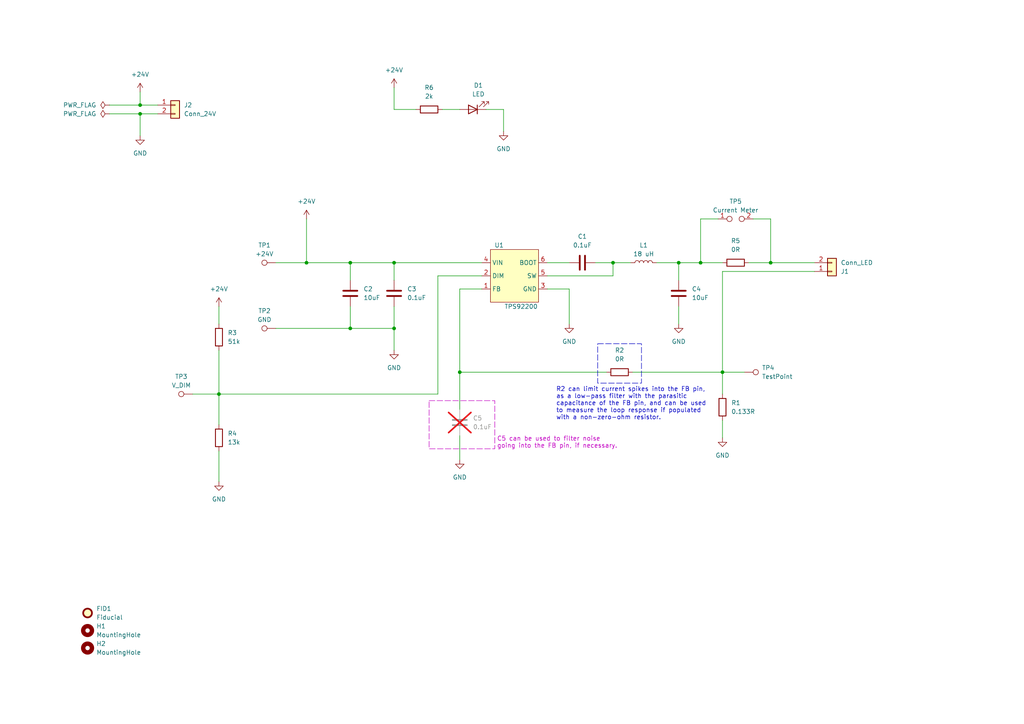
<source format=kicad_sch>
(kicad_sch (version 20230121) (generator eeschema)
  (paper "A4")
  (lib_symbols
    (symbol "Connector:TestPoint" (pin_numbers hide) (pin_names (offset 0.762) hide)
      (property "Reference" "TP" (at 0 6.858 0))
      (property "Value" "TestPoint" (at 0 5.08 0))
      (symbol "TestPoint_0_1"
        (circle (center 0 3.302) (radius 0.762))
      )
      (symbol "TestPoint_1_1"
        (pin passive line (at 0 0 90) (length 2.54) (name "1") (number "1"))
      )
    )
    (symbol "Connector:TestPoint_2Pole" (pin_names (offset 0.762) hide)
      (property "Reference" "TP" (at 0 1.524 0))
      (property "Value" "TestPoint_2Pole" (at 0 -1.778 0))
      (symbol "TestPoint_2Pole_0_1"
        (circle (center -1.778 0) (radius 0.762))
        (circle (center 1.778 0) (radius 0.762))
        (pin passive line (at -5.08 0 0) (length 2.54) (name "1") (number "1"))
        (pin passive line (at 5.08 0 180) (length 2.54) (name "2") (number "2"))
      )
    )
    (symbol "Connector_Generic:Conn_01x02" (pin_names (offset 1.016) hide)
      (property "Reference" "J" (at 0 2.54 0))
      (property "Value" "Conn_01x02" (at 0 -5.08 0))
      (symbol "Conn_01x02_1_1"
        (rectangle (start -1.27 -2.413) (end 0 -2.667) (stroke (width 0.1524)))
        (rectangle (start -1.27 0.127) (end 0 -0.127) (stroke (width 0.1524)))
        (rectangle (start -1.27 1.27) (end 1.27 -3.81) (stroke (width 0.254)) (fill (type background)))
        (pin passive line (at -5.08 0 0) (length 3.81) (name "Pin_1") (number "1"))
        (pin passive line (at -5.08 -2.54 0) (length 3.81) (name "Pin_2") (number "2"))
      )
    )
    (symbol "Device:C" (pin_numbers hide) (pin_names (offset 0.254))
      (property "Reference" "C" (at 0.635 2.54 0))
      (property "Value" "C" (at 0.635 -2.54 0))
      (symbol "C_0_1"
        (polyline (pts (xy -2.032 -0.762) (xy 2.032 -0.762)) (stroke (width 0.508)))
        (polyline (pts (xy -2.032 0.762) (xy 2.032 0.762)) (stroke (width 0.508)))
      )
      (symbol "C_1_1"
        (pin passive line (at 0 3.81 270) (length 2.794) (name "~") (number "1"))
        (pin passive line (at 0 -3.81 90) (length 2.794) (name "~") (number "2"))
      )
    )
    (symbol "Device:L" (pin_numbers hide) (pin_names (offset 1.016) hide)
      (property "Reference" "L" (at -1.27 0 90))
      (property "Value" "L" (at 1.905 0 90))
      (symbol "L_0_1"
        (arc (start 0 -2.54) (mid 0.6323 -1.905) (end 0 -1.27))
        (arc (start 0 -1.27) (mid 0.6323 -0.635) (end 0 0))
        (arc (start 0 0) (mid 0.6323 0.635) (end 0 1.27))
        (arc (start 0 1.27) (mid 0.6323 1.905) (end 0 2.54))
      )
      (symbol "L_1_1"
        (pin passive line (at 0 3.81 270) (length 1.27) (name "1") (number "1"))
        (pin passive line (at 0 -3.81 90) (length 1.27) (name "2") (number "2"))
      )
    )
    (symbol "Device:LED" (pin_numbers hide) (pin_names (offset 1.016) hide)
      (property "Reference" "D" (at 0 2.54 0))
      (property "Value" "LED" (at 0 -2.54 0))
      (symbol "LED_0_1"
        (polyline (pts (xy -1.27 -1.27) (xy -1.27 1.27)) (stroke (width 0.254)))
        (polyline (pts (xy -1.27 0) (xy 1.27 0)))
        (polyline (pts (xy 1.27 -1.27) (xy 1.27 1.27) (xy -1.27 0) (xy 1.27 -1.27)) (stroke (width 0.254)))
        (polyline (pts (xy -3.048 -0.762) (xy -4.572 -2.286) (xy -3.81 -2.286) (xy -4.572 -2.286) (xy -4.572 -1.524)))
        (polyline (pts (xy -1.778 -0.762) (xy -3.302 -2.286) (xy -2.54 -2.286) (xy -3.302 -2.286) (xy -3.302 -1.524)))
      )
      (symbol "LED_1_1"
        (pin passive line (at -3.81 0 0) (length 2.54) (name "K") (number "1"))
        (pin passive line (at 3.81 0 180) (length 2.54) (name "A") (number "2"))
      )
    )
    (symbol "Device:R" (pin_numbers hide) (pin_names (offset 0))
      (property "Reference" "R" (at 2.032 0 90))
      (property "Value" "R" (at 0 0 90))
      (symbol "R_0_1"
        (rectangle (start -1.016 -2.54) (end 1.016 2.54) (stroke (width 0.254)))
      )
      (symbol "R_1_1"
        (pin passive line (at 0 3.81 270) (length 1.27) (name "~") (number "1"))
        (pin passive line (at 0 -3.81 90) (length 1.27) (name "~") (number "2"))
      )
    )
    (symbol "Mechanical:Fiducial"
      (property "Reference" "FID" (at 0 5.08 0))
      (property "Value" "Fiducial" (at 0 3.175 0))
      (symbol "Fiducial_0_1"
        (circle (center 0 0) (radius 1.27) (stroke (width 0.508)) (fill (type background)))
      )
    )
    (symbol "Mechanical:MountingHole" (pin_names (offset 1.016))
      (property "Reference" "H" (at 0 5.08 0))
      (property "Value" "MountingHole" (at 0 3.175 0))
      (symbol "MountingHole_0_1"
        (circle (center 0 0) (radius 1.27) (stroke (width 1.27)))
      )
    )
    (symbol "TPS92200:TPS92200xDDCR"
      (property "Reference" "U" (at 1.27 1.27 0))
      (property "Value" "TPS92200" (at 8.89 -16.51 0))
      (symbol "TPS92200xDDCR_1_1"
        (rectangle (start 0 0) (end 13.97 -15.24) (fill (type background)))
        (pin input line (at -2.54 -11.43 0) (length 2.54) (name "FB") (number "1"))
        (pin input line (at -2.54 -7.62 0) (length 2.54) (name "DIM") (number "2"))
        (pin power_in line (at 16.51 -11.43 180) (length 2.54) (name "GND") (number "3"))
        (pin power_in line (at -2.54 -3.81 0) (length 2.54) (name "VIN") (number "4"))
        (pin output line (at 16.51 -7.62 180) (length 2.54) (name "SW") (number "5"))
        (pin output line (at 16.51 -3.81 180) (length 2.54) (name "BOOT") (number "6"))
      )
    )
    (symbol "power:+24V" (power) (pin_names (offset 0))
      (property "Value" "+24V" (at 0 3.556 0))
      (symbol "+24V_0_1"
        (polyline (pts (xy -0.762 1.27) (xy 0 2.54)))
        (polyline (pts (xy 0 0) (xy 0 2.54)))
        (polyline (pts (xy 0 2.54) (xy 0.762 1.27)))
      )
      (symbol "+24V_1_1"
        (pin power_in line (at 0 0 90) (length 0) hide (name "+24V") (number "1"))
      )
    )
    (symbol "power:GND" (power) (pin_names (offset 0))
      (property "Value" "GND" (at 0 -3.81 0))
      (symbol "GND_0_1"
        (polyline (pts (xy 0 0) (xy 0 -1.27) (xy 1.27 -1.27) (xy 0 -2.54) (xy -1.27 -1.27) (xy 0 -1.27)))
      )
      (symbol "GND_1_1"
        (pin power_in line (at 0 0 270) (length 0) hide (name "GND") (number "1"))
      )
    )
    (symbol "power:PWR_FLAG" (power) (pin_numbers hide) (pin_names (offset 0) hide)
      (property "Value" "PWR_FLAG" (at 0 3.81 0))
      (symbol "PWR_FLAG_0_0"
        (pin power_out line (at 0 0 90) (length 0) (name "pwr") (number "1"))
      )
      (symbol "PWR_FLAG_0_1"
        (polyline (pts (xy 0 0) (xy 0 1.27) (xy -1.016 1.905) (xy 0 2.54) (xy 1.016 1.905) (xy 0 1.27)))
      )
    )
  )
  (junction (at 63.5 114.3))
  (junction (at 223.52 76.2))
  (junction (at 203.2 76.2))
  (junction (at 133.35 107.95))
  (junction (at 101.6 95.25))
  (junction (at 101.6 76.2))
  (junction (at 114.3 76.2))
  (junction (at 40.64 30.48))
  (junction (at 88.9 76.2))
  (junction (at 196.85 76.2))
  (junction (at 177.8 76.2))
  (junction (at 114.3 95.25))
  (junction (at 209.55 107.95))
  (junction (at 40.64 33.02))
  (wire (pts (xy 203.2 63.5) (xy 208.28 63.5)))
  (wire (pts (xy 223.52 63.5) (xy 223.52 76.2)))
  (wire (pts (xy 101.6 76.2) (xy 114.3 76.2)))
  (wire (pts (xy 101.6 88.9) (xy 101.6 95.25)))
  (wire (pts (xy 203.2 63.5) (xy 203.2 76.2)))
  (wire (pts (xy 45.72 30.48) (xy 40.64 30.48)))
  (wire (pts (xy 209.55 78.74) (xy 209.55 107.95)))
  (wire (pts (xy 55.88 114.3) (xy 63.5 114.3)))
  (wire (pts (xy 196.85 76.2) (xy 203.2 76.2)))
  (wire (pts (xy 133.35 107.95) (xy 133.35 118.745)))
  (wire (pts (xy 203.2 76.2) (xy 209.55 76.2)))
  (wire (pts (xy 63.5 88.9) (xy 63.5 93.98)))
  (wire (pts (xy 63.5 114.3) (xy 127 114.3)))
  (wire (pts (xy 190.5 76.2) (xy 196.85 76.2)))
  (wire (pts (xy 183.515 107.95) (xy 209.55 107.95)))
  (wire (pts (xy 101.6 95.25) (xy 114.3 95.25)))
  (wire (pts (xy 196.85 88.9) (xy 196.85 93.98)))
  (wire (pts (xy 127 114.3) (xy 127 80.01)))
  (wire (pts (xy 133.35 126.365) (xy 133.35 133.35)))
  (wire (pts (xy 133.35 83.82) (xy 139.7 83.82)))
  (wire (pts (xy 40.64 33.02) (xy 40.64 39.37)))
  (wire (pts (xy 140.97 31.75) (xy 146.05 31.75)))
  (wire (pts (xy 127 80.01) (xy 139.7 80.01)))
  (wire (pts (xy 158.75 83.82) (xy 165.1 83.82)))
  (wire (pts (xy 114.3 95.25) (xy 114.3 101.6)))
  (wire (pts (xy 88.9 76.2) (xy 88.9 63.5)))
  (wire (pts (xy 114.3 88.9) (xy 114.3 95.25)))
  (wire (pts (xy 114.3 25.4) (xy 114.3 31.75)))
  (wire (pts (xy 158.75 76.2) (xy 165.1 76.2)))
  (wire (pts (xy 196.85 76.2) (xy 196.85 81.28)))
  (wire (pts (xy 217.17 76.2) (xy 223.52 76.2)))
  (wire (pts (xy 133.35 83.82) (xy 133.35 107.95)))
  (wire (pts (xy 63.5 114.3) (xy 63.5 123.19)))
  (wire (pts (xy 114.3 76.2) (xy 114.3 81.28)))
  (wire (pts (xy 31.75 30.48) (xy 40.64 30.48)))
  (wire (pts (xy 31.75 33.02) (xy 40.64 33.02)))
  (wire (pts (xy 209.55 78.74) (xy 236.22 78.74)))
  (wire (pts (xy 209.55 107.95) (xy 209.55 114.3)))
  (wire (pts (xy 172.72 76.2) (xy 177.8 76.2)))
  (wire (pts (xy 165.1 83.82) (xy 165.1 93.98)))
  (wire (pts (xy 158.75 80.01) (xy 177.8 80.01)))
  (wire (pts (xy 40.64 30.48) (xy 40.64 26.67)))
  (wire (pts (xy 114.3 76.2) (xy 139.7 76.2)))
  (wire (pts (xy 114.3 31.75) (xy 120.65 31.75)))
  (wire (pts (xy 223.52 76.2) (xy 236.22 76.2)))
  (wire (pts (xy 63.5 101.6) (xy 63.5 114.3)))
  (wire (pts (xy 177.8 76.2) (xy 182.88 76.2)))
  (wire (pts (xy 209.55 107.95) (xy 215.9 107.95)))
  (wire (pts (xy 177.8 80.01) (xy 177.8 76.2)))
  (wire (pts (xy 146.05 31.75) (xy 146.05 38.1)))
  (wire (pts (xy 80.01 95.25) (xy 101.6 95.25)))
  (wire (pts (xy 88.9 76.2) (xy 101.6 76.2)))
  (wire (pts (xy 45.72 33.02) (xy 40.64 33.02)))
  (wire (pts (xy 209.55 121.92) (xy 209.55 127)))
  (wire (pts (xy 133.35 107.95) (xy 175.895 107.95)))
  (wire (pts (xy 128.27 31.75) (xy 133.35 31.75)))
  (wire (pts (xy 63.5 130.81) (xy 63.5 139.7)))
  (wire (pts (xy 101.6 76.2) (xy 101.6 81.28)))
  (wire (pts (xy 80.01 76.2) (xy 88.9 76.2)))
  (wire (pts (xy 218.44 63.5) (xy 223.52 63.5)))
  (rectangle (start 124.46 116.205) (end 143.51 130.175) (stroke (width 0) (type dash) (color 194 0 194 1)))
  (rectangle (start 173.355 99.695) (end 186.055 111.125) (stroke (width 0) (type dash)))
  (text "R2 can limit current spikes into the FB pin,\nas a low-pass filter with the parasitic\ncapacitance of the FB pin, and can be used\nto measure the loop response if populated\nwith a non-zero-ohm resistor." (at 161.29 121.92 0) (effects (font (size 1.27 1.27)) (justify left bottom)))
  (text "C5 can be used to filter noise\ngoing into the FB pin, if necessary." (at 144.145 130.175 0) (effects (font (size 1.27 1.27)) (justify left bottom)))
  (symbol (lib_id "power:GND") (at 133.35 133.35 0) (unit 1)
    (property "Reference" "#PWR010" (effects hide))
    (property "Value" "GND" (at 133.35 138.43 0))
  )
  (symbol (lib_id "power:+24V") (at 88.9 63.5 0) (unit 1)
    (property "Reference" "#PWR01" (effects hide))
    (property "Value" "+24V" (at 88.9 58.42 0))
  )
  (symbol (lib_id "Device:LED") (at 137.16 31.75 180) (unit 1)
    (property "Reference" "D1" (at 138.7475 24.765 0))
    (property "Value" "LED" (at 138.7475 27.305 0))
    (property "Footprint" "LED_SMD:LED_0603_1608Metric" (effects hide))
  )
  (symbol (lib_id "Device:C") (at 133.35 122.555 0) (unit 1) (dnp yes)
    (property "Reference" "C5" (at 137.16 121.285 0) (effects (justify left)))
    (property "Value" "0.1uF" (at 137.16 123.825 0) (effects (justify left)))
    (property "Footprint" "Capacitor_SMD:C_0402_1005Metric_Pad0.74x0.62mm_HandSolder" (effects hide))
  )
  (symbol (lib_id "power:+24V") (at 114.3 25.4 0) (unit 1)
    (property "Reference" "#PWR011" (effects hide))
    (property "Value" "+24V" (at 114.3 20.32 0))
  )
  (symbol (lib_id "Connector:TestPoint") (at 80.01 76.2 90) (unit 1)
    (property "Reference" "TP1" (at 76.708 71.12 90))
    (property "Value" "+24V" (at 76.708 73.66 90))
    (property "Footprint" "TestPoint:TestPoint_THTPad_D1.5mm_Drill0.7mm" (effects hide))
  )
  (symbol (lib_id "Connector_Generic:Conn_01x02") (at 50.8 30.48 0) (unit 1)
    (property "Reference" "J2" (at 53.34 30.48 0) (effects (justify left)))
    (property "Value" "Conn_24V" (at 53.34 33.02 0) (effects (justify left)))
    (property "Footprint" "Connector_Molex:Molex_Micro-Fit_3.0_43650-0200_1x02_P3.00mm_Horizontal" (effects hide))
  )
  (symbol (lib_id "Device:R") (at 63.5 97.79 180) (unit 1)
    (property "Reference" "R3" (at 66.04 96.52 0) (effects (justify right)))
    (property "Value" "51k" (at 66.04 99.06 0) (effects (justify right)))
    (property "Footprint" "Resistor_SMD:R_1206_3216Metric_Pad1.30x1.75mm_HandSolder" (effects hide))
  )
  (symbol (lib_id "power:GND") (at 196.85 93.98 0) (unit 1)
    (property "Reference" "#PWR06" (effects hide))
    (property "Value" "GND" (at 196.85 99.06 0))
  )
  (symbol (lib_id "power:GND") (at 165.1 93.98 0) (unit 1)
    (property "Reference" "#PWR02" (effects hide))
    (property "Value" "GND" (at 165.1 99.06 0))
  )
  (symbol (lib_id "Mechanical:MountingHole") (at 25.4 182.88 0) (unit 1)
    (property "Reference" "H1" (at 27.94 181.61 0) (effects (justify left)))
    (property "Value" "MountingHole" (at 27.94 184.15 0) (effects (justify left)))
    (property "Footprint" "MountingHole:MountingHole_2.7mm_M2.5" (effects hide))
  )
  (symbol (lib_id "power:GND") (at 114.3 101.6 0) (unit 1)
    (property "Reference" "#PWR05" (effects hide))
    (property "Value" "GND" (at 114.3 106.68 0))
  )
  (symbol (lib_id "Device:R") (at 124.46 31.75 90) (unit 1)
    (property "Reference" "R6" (at 124.46 25.4 90))
    (property "Value" "2k" (at 124.46 27.94 90))
    (property "Footprint" "Resistor_SMD:R_0805_2012Metric" (effects hide))
  )
  (symbol (lib_id "Device:C") (at 196.85 85.09 0) (unit 1)
    (property "Reference" "C4" (at 200.66 83.82 0) (effects (justify left)))
    (property "Value" "10uF" (at 200.66 86.36 0) (effects (justify left)))
    (property "Footprint" "Capacitor_SMD:C_1206_3216Metric_Pad1.33x1.80mm_HandSolder" (effects hide))
  )
  (symbol (lib_id "Device:C") (at 114.3 85.09 0) (unit 1)
    (property "Reference" "C3" (at 118.11 83.82 0) (effects (justify left)))
    (property "Value" "0.1uF" (at 118.11 86.36 0) (effects (justify left)))
    (property "Footprint" "Capacitor_SMD:C_1210_3225Metric_Pad1.33x2.70mm_HandSolder" (effects hide))
  )
  (symbol (lib_id "Connector_Generic:Conn_01x02") (at 241.3 78.74 0) (mirror x) (unit 1)
    (property "Reference" "J1" (at 243.84 78.74 0) (effects (justify left)))
    (property "Value" "Conn_LED" (at 243.84 76.2 0) (effects (justify left)))
    (property "Footprint" "Connector_Molex:Molex_Micro-Fit_3.0_43650-0200_1x02_P3.00mm_Horizontal" (effects hide))
  )
  (symbol (lib_id "Device:R") (at 63.5 127 180) (unit 1)
    (property "Reference" "R4" (at 66.04 125.73 0) (effects (justify right)))
    (property "Value" "13k" (at 66.04 128.27 0) (effects (justify right)))
    (property "Footprint" "Resistor_SMD:R_1206_3216Metric_Pad1.30x1.75mm_HandSolder" (effects hide))
  )
  (symbol (lib_id "power:+24V") (at 63.5 88.9 0) (unit 1)
    (property "Reference" "#PWR08" (effects hide))
    (property "Value" "+24V" (at 63.5 83.82 0))
  )
  (symbol (lib_id "power:PWR_FLAG") (at 31.75 33.02 90) (unit 1)
    (property "Reference" "#FLG01" (effects hide))
    (property "Value" "PWR_FLAG" (at 27.94 33.02 90) (effects (justify left)))
  )
  (symbol (lib_id "Device:L") (at 186.69 76.2 90) (unit 1)
    (property "Reference" "L1" (at 186.69 71.12 90))
    (property "Value" "18 uH" (at 186.69 73.66 90))
    (property "Footprint" "Inductors:L_Wurth_WE-LQS-8040" (effects hide))
  )
  (symbol (lib_id "Connector:TestPoint") (at 55.88 114.3 90) (unit 1)
    (property "Reference" "TP3" (at 52.578 109.22 90))
    (property "Value" "V_DIM" (at 52.578 111.76 90))
    (property "Footprint" "TestPoint:TestPoint_THTPad_D1.5mm_Drill0.7mm" (effects hide))
  )
  (symbol (lib_id "Mechanical:Fiducial") (at 25.4 177.8 0) (unit 1)
    (property "Reference" "FID1" (at 27.94 176.53 0) (effects (justify left)))
    (property "Value" "Fiducial" (at 27.94 179.07 0) (effects (justify left)))
    (property "Footprint" "Fiducial:Fiducial_0.5mm_Mask1mm" (effects hide))
  )
  (symbol (lib_id "Connector:TestPoint") (at 80.01 95.25 90) (unit 1)
    (property "Reference" "TP2" (at 76.708 90.17 90))
    (property "Value" "GND" (at 76.708 92.71 90))
    (property "Footprint" "TestPoint:TestPoint_THTPad_D1.5mm_Drill0.7mm" (effects hide))
  )
  (symbol (lib_id "power:GND") (at 63.5 139.7 0) (unit 1)
    (property "Reference" "#PWR09" (effects hide))
    (property "Value" "GND" (at 63.5 144.78 0))
  )
  (symbol (lib_id "Device:C") (at 101.6 85.09 0) (unit 1)
    (property "Reference" "C2" (at 105.41 83.82 0) (effects (justify left)))
    (property "Value" "10uF" (at 105.41 86.36 0) (effects (justify left)))
    (property "Footprint" "Capacitor_SMD:C_1206_3216Metric_Pad1.33x1.80mm_HandSolder" (effects hide))
  )
  (symbol (lib_id "power:PWR_FLAG") (at 31.75 30.48 90) (unit 1)
    (property "Reference" "#FLG02" (effects hide))
    (property "Value" "PWR_FLAG" (at 27.94 30.48 90) (effects (justify left)))
  )
  (symbol (lib_id "power:GND") (at 40.64 39.37 0) (unit 1)
    (property "Reference" "#PWR04" (effects hide))
    (property "Value" "GND" (at 40.64 44.45 0))
  )
  (symbol (lib_id "Device:C") (at 168.91 76.2 270) (unit 1)
    (property "Reference" "C1" (at 168.91 68.58 90))
    (property "Value" "0.1uF" (at 168.91 71.12 90))
    (property "Footprint" "Capacitor_SMD:C_1210_3225Metric_Pad1.33x2.70mm_HandSolder" (effects hide))
  )
  (symbol (lib_id "Connector:TestPoint") (at 215.9 107.95 270) (unit 1)
    (property "Reference" "TP4" (at 220.98 106.68 90) (effects (justify left)))
    (property "Value" "TestPoint" (at 220.98 109.22 90) (effects (justify left)))
    (property "Footprint" "TestPoint:TestPoint_THTPad_D1.5mm_Drill0.7mm" (effects hide))
  )
  (symbol (lib_id "power:+24V") (at 40.64 26.67 0) (unit 1)
    (property "Reference" "#PWR03" (effects hide))
    (property "Value" "+24V" (at 40.64 21.59 0))
  )
  (symbol (lib_id "power:GND") (at 209.55 127 0) (unit 1)
    (property "Reference" "#PWR07" (effects hide))
    (property "Value" "GND" (at 209.55 132.08 0))
  )
  (symbol (lib_id "Device:R") (at 209.55 118.11 180) (unit 1)
    (property "Reference" "R1" (at 212.09 116.84 0) (effects (justify right)))
    (property "Value" "0.133R" (at 212.09 119.38 0) (effects (justify right)))
    (property "Footprint" "Resistor_SMD:R_1206_3216Metric_Pad1.30x1.75mm_HandSolder" (effects hide))
  )
  (symbol (lib_id "Device:R") (at 179.705 107.95 270) (unit 1)
    (property "Reference" "R2" (at 179.705 101.6 90))
    (property "Value" "0R" (at 179.705 104.14 90))
    (property "Footprint" "Resistor_SMD:R_1206_3216Metric_Pad1.30x1.75mm_HandSolder" (effects hide))
    (property "Datasheet" "https://e2e.ti.com/support/power-management-group/power-management/f/power-management-forum/1217610/tps92200d2evm-about-the-value-of-rfb/4605309#4605309" (effects hide))
  )
  (symbol (lib_id "Device:R") (at 213.36 76.2 270) (unit 1)
    (property "Reference" "R5" (at 213.36 69.85 90))
    (property "Value" "0R" (at 213.36 72.39 90))
    (property "Footprint" "Resistor_SMD:R_1206_3216Metric_Pad1.30x1.75mm_HandSolder" (effects hide))
  )
  (symbol (lib_id "Connector:TestPoint_2Pole") (at 213.36 63.5 0) (unit 1)
    (property "Reference" "TP5" (at 213.36 58.42 0))
    (property "Value" "Current Meter" (at 213.36 60.96 0))
    (property "Footprint" "TestPoint:TestPoint_2Pads_Pitch2.54mm_Drill0.8mm" (effects hide))
  )
  (symbol (lib_id "Mechanical:MountingHole") (at 25.4 187.96 0) (unit 1)
    (property "Reference" "H2" (at 27.94 186.69 0) (effects (justify left)))
    (property "Value" "MountingHole" (at 27.94 189.23 0) (effects (justify left)))
    (property "Footprint" "MountingHole:MountingHole_2.7mm_M2.5" (effects hide))
  )
  (symbol (lib_id "TPS92200:TPS92200xDDCR") (at 142.24 72.39 0) (unit 1)
    (property "Reference" "U1" (at 144.78 71.12 0))
    (property "Value" "TPS92200" (at 151.13 88.9 0))
    (property "Footprint" "Package_TO_SOT_SMD:SOT-23-6_Handsoldering" (effects hide))
    (property "Datasheet" "https://www.ti.com/lit/gpn/tps92200" (effects hide))
  )
  (symbol (lib_id "power:GND") (at 146.05 38.1 0) (unit 1)
    (property "Reference" "#PWR012" (effects hide))
    (property "Value" "GND" (at 146.05 43.18 0))
  )
)
</source>
